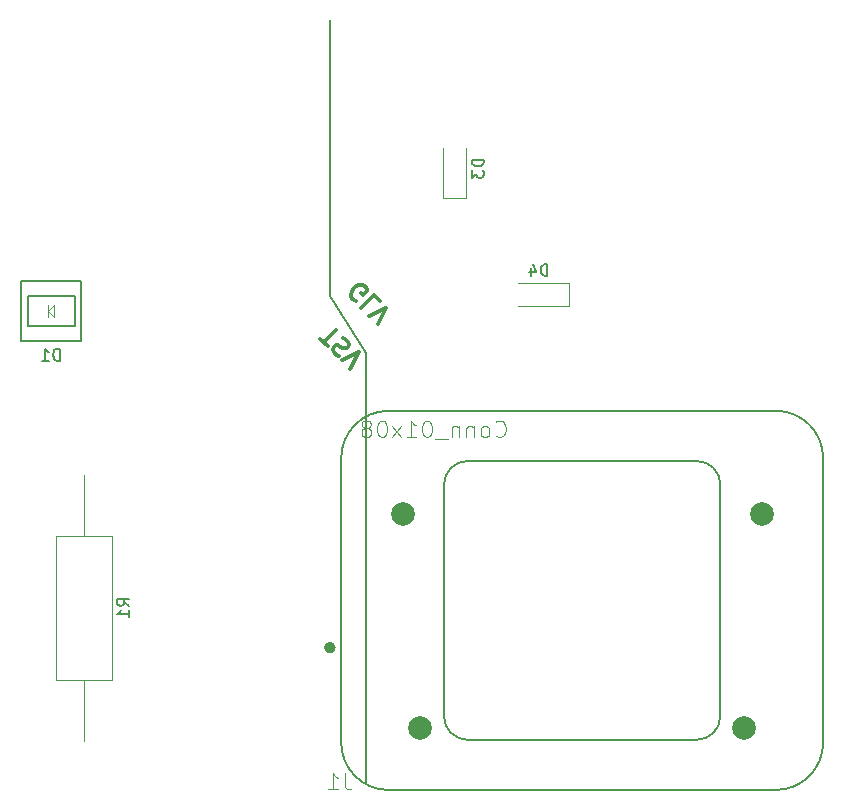
<source format=gbr>
%TF.GenerationSoftware,KiCad,Pcbnew,(6.0.1)*%
%TF.CreationDate,2022-11-29T11:43:40-05:00*%
%TF.ProjectId,pacman,7061636d-616e-42e6-9b69-6361645f7063,rev?*%
%TF.SameCoordinates,Original*%
%TF.FileFunction,Legend,Bot*%
%TF.FilePolarity,Positive*%
%FSLAX46Y46*%
G04 Gerber Fmt 4.6, Leading zero omitted, Abs format (unit mm)*
G04 Created by KiCad (PCBNEW (6.0.1)) date 2022-11-29 11:43:40*
%MOMM*%
%LPD*%
G01*
G04 APERTURE LIST*
%ADD10C,0.150000*%
%ADD11C,0.300000*%
%ADD12C,0.050000*%
%ADD13C,0.120000*%
%ADD14C,0.127000*%
%ADD15C,0.500000*%
%ADD16C,0.180000*%
%ADD17C,0.100000*%
%ADD18C,2.000000*%
G04 APERTURE END LIST*
D10*
X161544000Y-73152000D02*
X161544000Y-49784000D01*
X164592000Y-77978000D02*
X164592000Y-114300000D01*
X164592000Y-77978000D02*
X161544000Y-73152000D01*
D11*
X163709578Y-73584238D02*
X163558055Y-73533730D01*
X163406532Y-73382208D01*
X163305517Y-73180177D01*
X163305517Y-72978147D01*
X163356024Y-72826624D01*
X163507547Y-72574086D01*
X163659070Y-72422563D01*
X163911608Y-72271040D01*
X164063131Y-72220532D01*
X164265162Y-72220532D01*
X164467192Y-72321547D01*
X164568208Y-72422563D01*
X164669223Y-72624593D01*
X164669223Y-72725608D01*
X164315669Y-73079162D01*
X164113639Y-72877131D01*
X165729883Y-73584238D02*
X165224807Y-73079162D01*
X164164147Y-74139822D01*
X164871253Y-74846929D02*
X166285467Y-74139822D01*
X165578360Y-75554036D01*
X160716471Y-76788147D02*
X161322563Y-77394238D01*
X162080177Y-76030532D02*
X161019517Y-77091192D01*
X162635761Y-76687131D02*
X162837791Y-76788147D01*
X163090330Y-77040685D01*
X163140837Y-77192208D01*
X163140837Y-77293223D01*
X163090330Y-77444746D01*
X162989314Y-77545761D01*
X162837791Y-77596269D01*
X162736776Y-77596269D01*
X162585253Y-77545761D01*
X162332715Y-77394238D01*
X162181192Y-77343730D01*
X162080177Y-77343730D01*
X161928654Y-77394238D01*
X161827639Y-77495253D01*
X161777131Y-77646776D01*
X161777131Y-77747791D01*
X161827639Y-77899314D01*
X162080177Y-78151852D01*
X162282208Y-78252868D01*
X162534746Y-78606421D02*
X163948959Y-77899314D01*
X163241852Y-79313528D01*
D10*
%TO.C,D3*%
X174537380Y-61611904D02*
X173537380Y-61611904D01*
X173537380Y-61850000D01*
X173585000Y-61992857D01*
X173680238Y-62088095D01*
X173775476Y-62135714D01*
X173965952Y-62183333D01*
X174108809Y-62183333D01*
X174299285Y-62135714D01*
X174394523Y-62088095D01*
X174489761Y-61992857D01*
X174537380Y-61850000D01*
X174537380Y-61611904D01*
X173537380Y-62516666D02*
X173537380Y-63135714D01*
X173918333Y-62802380D01*
X173918333Y-62945238D01*
X173965952Y-63040476D01*
X174013571Y-63088095D01*
X174108809Y-63135714D01*
X174346904Y-63135714D01*
X174442142Y-63088095D01*
X174489761Y-63040476D01*
X174537380Y-62945238D01*
X174537380Y-62659523D01*
X174489761Y-62564285D01*
X174442142Y-62516666D01*
%TO.C,D4*%
X179940595Y-71472880D02*
X179940595Y-70472880D01*
X179702500Y-70472880D01*
X179559642Y-70520500D01*
X179464404Y-70615738D01*
X179416785Y-70710976D01*
X179369166Y-70901452D01*
X179369166Y-71044309D01*
X179416785Y-71234785D01*
X179464404Y-71330023D01*
X179559642Y-71425261D01*
X179702500Y-71472880D01*
X179940595Y-71472880D01*
X178512023Y-70806214D02*
X178512023Y-71472880D01*
X178750119Y-70425261D02*
X178988214Y-71139547D01*
X178369166Y-71139547D01*
D12*
%TO.C,J1*%
X162772913Y-113532928D02*
X162772913Y-114533456D01*
X162839615Y-114733562D01*
X162973019Y-114866966D01*
X163173124Y-114933668D01*
X163306528Y-114933668D01*
X161372173Y-114933668D02*
X162172596Y-114933668D01*
X161772384Y-114933668D02*
X161772384Y-113532928D01*
X161905788Y-113733033D01*
X162039192Y-113866437D01*
X162172596Y-113933139D01*
X175553134Y-84984853D02*
X175619847Y-85051567D01*
X175819989Y-85118281D01*
X175953416Y-85118281D01*
X176153558Y-85051567D01*
X176286985Y-84918139D01*
X176353699Y-84784712D01*
X176420413Y-84517856D01*
X176420413Y-84317715D01*
X176353699Y-84050860D01*
X176286985Y-83917432D01*
X176153558Y-83784005D01*
X175953416Y-83717291D01*
X175819989Y-83717291D01*
X175619847Y-83784005D01*
X175553134Y-83850718D01*
X174752568Y-85118281D02*
X174885995Y-85051567D01*
X174952709Y-84984853D01*
X175019423Y-84851425D01*
X175019423Y-84451143D01*
X174952709Y-84317715D01*
X174885995Y-84251001D01*
X174752568Y-84184287D01*
X174552426Y-84184287D01*
X174418999Y-84251001D01*
X174352285Y-84317715D01*
X174285571Y-84451143D01*
X174285571Y-84851425D01*
X174352285Y-84984853D01*
X174418999Y-85051567D01*
X174552426Y-85118281D01*
X174752568Y-85118281D01*
X173685147Y-84184287D02*
X173685147Y-85118281D01*
X173685147Y-84317715D02*
X173618433Y-84251001D01*
X173485005Y-84184287D01*
X173284864Y-84184287D01*
X173151436Y-84251001D01*
X173084723Y-84384429D01*
X173084723Y-85118281D01*
X172417585Y-84184287D02*
X172417585Y-85118281D01*
X172417585Y-84317715D02*
X172350871Y-84251001D01*
X172217443Y-84184287D01*
X172017302Y-84184287D01*
X171883874Y-84251001D01*
X171817160Y-84384429D01*
X171817160Y-85118281D01*
X171483591Y-85251708D02*
X170416170Y-85251708D01*
X169815746Y-83717291D02*
X169682318Y-83717291D01*
X169548891Y-83784005D01*
X169482177Y-83850718D01*
X169415463Y-83984146D01*
X169348749Y-84251001D01*
X169348749Y-84584570D01*
X169415463Y-84851425D01*
X169482177Y-84984853D01*
X169548891Y-85051567D01*
X169682318Y-85118281D01*
X169815746Y-85118281D01*
X169949174Y-85051567D01*
X170015887Y-84984853D01*
X170082601Y-84851425D01*
X170149315Y-84584570D01*
X170149315Y-84251001D01*
X170082601Y-83984146D01*
X170015887Y-83850718D01*
X169949174Y-83784005D01*
X169815746Y-83717291D01*
X168014473Y-85118281D02*
X168815039Y-85118281D01*
X168414756Y-85118281D02*
X168414756Y-83717291D01*
X168548184Y-83917432D01*
X168681611Y-84050860D01*
X168815039Y-84117574D01*
X167547476Y-85118281D02*
X166813625Y-84184287D01*
X167547476Y-84184287D02*
X166813625Y-85118281D01*
X166013059Y-83717291D02*
X165879631Y-83717291D01*
X165746204Y-83784005D01*
X165679490Y-83850718D01*
X165612776Y-83984146D01*
X165546062Y-84251001D01*
X165546062Y-84584570D01*
X165612776Y-84851425D01*
X165679490Y-84984853D01*
X165746204Y-85051567D01*
X165879631Y-85118281D01*
X166013059Y-85118281D01*
X166146486Y-85051567D01*
X166213200Y-84984853D01*
X166279914Y-84851425D01*
X166346628Y-84584570D01*
X166346628Y-84251001D01*
X166279914Y-83984146D01*
X166213200Y-83850718D01*
X166146486Y-83784005D01*
X166013059Y-83717291D01*
X164745496Y-84317715D02*
X164878924Y-84251001D01*
X164945638Y-84184287D01*
X165012352Y-84050860D01*
X165012352Y-83984146D01*
X164945638Y-83850718D01*
X164878924Y-83784005D01*
X164745496Y-83717291D01*
X164478641Y-83717291D01*
X164345214Y-83784005D01*
X164278500Y-83850718D01*
X164211786Y-83984146D01*
X164211786Y-84050860D01*
X164278500Y-84184287D01*
X164345214Y-84251001D01*
X164478641Y-84317715D01*
X164745496Y-84317715D01*
X164878924Y-84384429D01*
X164945638Y-84451143D01*
X165012352Y-84584570D01*
X165012352Y-84851425D01*
X164945638Y-84984853D01*
X164878924Y-85051567D01*
X164745496Y-85118281D01*
X164478641Y-85118281D01*
X164345214Y-85051567D01*
X164278500Y-84984853D01*
X164211786Y-84851425D01*
X164211786Y-84584570D01*
X164278500Y-84451143D01*
X164345214Y-84384429D01*
X164478641Y-84317715D01*
D10*
%TO.C,R1*%
X144538380Y-99401333D02*
X144062190Y-99068000D01*
X144538380Y-98829904D02*
X143538380Y-98829904D01*
X143538380Y-99210857D01*
X143586000Y-99306095D01*
X143633619Y-99353714D01*
X143728857Y-99401333D01*
X143871714Y-99401333D01*
X143966952Y-99353714D01*
X144014571Y-99306095D01*
X144062190Y-99210857D01*
X144062190Y-98829904D01*
X144538380Y-100353714D02*
X144538380Y-99782285D01*
X144538380Y-100068000D02*
X143538380Y-100068000D01*
X143681238Y-99972761D01*
X143776476Y-99877523D01*
X143824095Y-99782285D01*
%TO.C,D1*%
X138660095Y-78624380D02*
X138660095Y-77624380D01*
X138422000Y-77624380D01*
X138279142Y-77672000D01*
X138183904Y-77767238D01*
X138136285Y-77862476D01*
X138088666Y-78052952D01*
X138088666Y-78195809D01*
X138136285Y-78386285D01*
X138183904Y-78481523D01*
X138279142Y-78576761D01*
X138422000Y-78624380D01*
X138660095Y-78624380D01*
X137136285Y-78624380D02*
X137707714Y-78624380D01*
X137422000Y-78624380D02*
X137422000Y-77624380D01*
X137517238Y-77767238D01*
X137612476Y-77862476D01*
X137707714Y-77910095D01*
D13*
%TO.C,D3*%
X171085000Y-64900000D02*
X171085000Y-60600000D01*
X173085000Y-60600000D02*
X173085000Y-64900000D01*
X173085000Y-64900000D02*
X171085000Y-64900000D01*
%TO.C,D4*%
X181752500Y-72020500D02*
X181752500Y-74020500D01*
X177452500Y-72020500D02*
X181752500Y-72020500D01*
X181752500Y-74020500D02*
X177452500Y-74020500D01*
D14*
%TO.C,J1*%
X194580000Y-108733000D02*
X194580000Y-89133000D01*
X199280000Y-114983000D02*
X166480000Y-114983000D01*
X192580000Y-87133000D02*
X173180000Y-87133000D01*
X166480000Y-82883000D02*
X199280000Y-82883000D01*
X162480000Y-110983000D02*
X162480000Y-86883000D01*
X203280000Y-86883000D02*
X203280000Y-110983000D01*
X173180000Y-110733000D02*
X192580000Y-110733000D01*
X171180000Y-89133000D02*
X171180000Y-108733000D01*
X173180000Y-87133000D02*
G75*
G03*
X171180000Y-89133000I-1J-1999999D01*
G01*
X166480000Y-82883000D02*
G75*
G03*
X162480000Y-86883000I0J-4000000D01*
G01*
X203280000Y-86883000D02*
G75*
G03*
X199280000Y-82883000I-4000000J0D01*
G01*
X194580000Y-89133000D02*
G75*
G03*
X192580000Y-87133000I-1999999J1D01*
G01*
X192580000Y-110733000D02*
G75*
G03*
X194580000Y-108733000I1J1999999D01*
G01*
X199280000Y-114983000D02*
G75*
G03*
X203280000Y-110983000I0J4000000D01*
G01*
X171180000Y-108733000D02*
G75*
G03*
X173180000Y-110733000I1999999J-1D01*
G01*
X162480000Y-110983000D02*
G75*
G03*
X166480000Y-114983000I4000000J0D01*
G01*
D15*
X161765000Y-102933000D02*
G75*
G03*
X161765000Y-102933000I-250000J0D01*
G01*
D13*
%TO.C,R1*%
X138346000Y-93498000D02*
X143086000Y-93498000D01*
X143086000Y-105638000D02*
X138346000Y-105638000D01*
X140716000Y-110828000D02*
X140716000Y-105638000D01*
X143086000Y-93498000D02*
X143086000Y-105638000D01*
X138346000Y-105638000D02*
X138346000Y-93498000D01*
X140716000Y-88308000D02*
X140716000Y-93498000D01*
D16*
%TO.C,D1*%
X135922000Y-73172000D02*
X135922000Y-75672000D01*
X139922000Y-73172000D02*
X135922000Y-73172000D01*
X135922000Y-75672000D02*
X139922000Y-75672000D01*
X140462000Y-76962000D02*
X140462000Y-71882000D01*
D17*
X137672000Y-74422000D02*
X138172000Y-74922000D01*
D16*
X135382000Y-71882000D02*
X135382000Y-76962000D01*
X140462000Y-71882000D02*
X135382000Y-71882000D01*
D17*
X138172000Y-74922000D02*
X138172000Y-73922000D01*
X137672000Y-74922000D02*
X137672000Y-73922000D01*
X138172000Y-73922000D02*
X137672000Y-74422000D01*
D16*
X139922000Y-75672000D02*
X139922000Y-73172000D01*
X135382000Y-76962000D02*
X140462000Y-76962000D01*
%TD*%
D18*
%TO.C,J1*%
X196580000Y-109733000D03*
X167680000Y-91633000D03*
X198080000Y-91633000D03*
X169180000Y-109733000D03*
%TD*%
M02*

</source>
